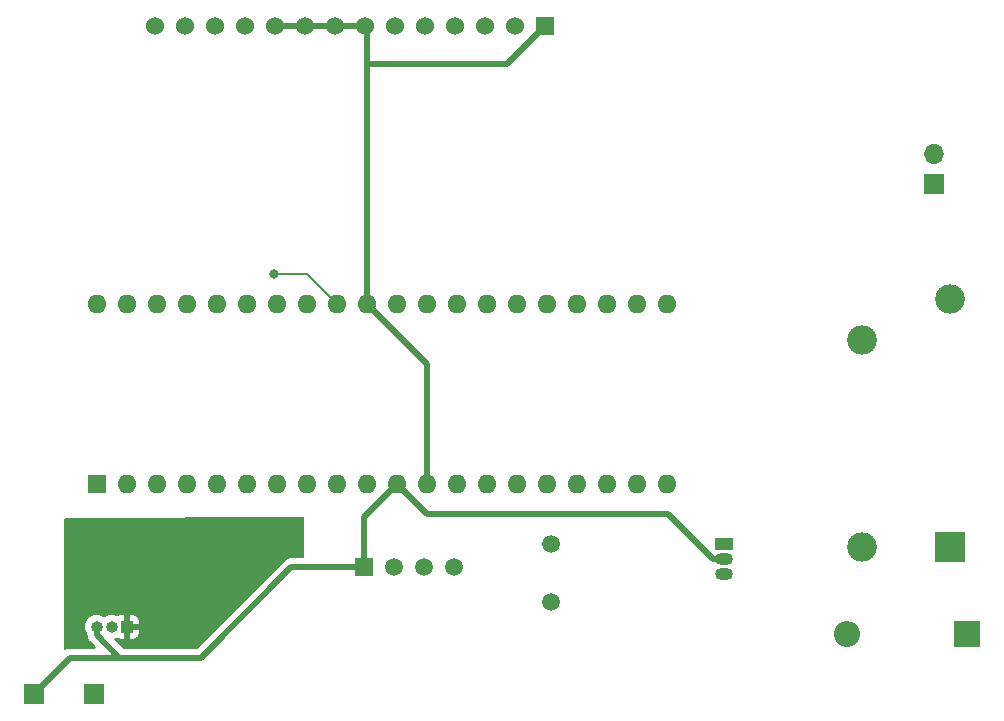
<source format=gbr>
%TF.GenerationSoftware,KiCad,Pcbnew,7.0.9-7.0.9~ubuntu22.04.1*%
%TF.CreationDate,2023-12-03T21:32:25-03:00*%
%TF.ProjectId,smart_watering_system,736d6172-745f-4776-9174-6572696e675f,rev?*%
%TF.SameCoordinates,Original*%
%TF.FileFunction,Copper,L2,Bot*%
%TF.FilePolarity,Positive*%
%FSLAX46Y46*%
G04 Gerber Fmt 4.6, Leading zero omitted, Abs format (unit mm)*
G04 Created by KiCad (PCBNEW 7.0.9-7.0.9~ubuntu22.04.1) date 2023-12-03 21:32:25*
%MOMM*%
%LPD*%
G01*
G04 APERTURE LIST*
%TA.AperFunction,ComponentPad*%
%ADD10R,1.700000X1.700000*%
%TD*%
%TA.AperFunction,ComponentPad*%
%ADD11O,1.700000X1.700000*%
%TD*%
%TA.AperFunction,ComponentPad*%
%ADD12C,1.500000*%
%TD*%
%TA.AperFunction,ComponentPad*%
%ADD13R,1.500000X1.500000*%
%TD*%
%TA.AperFunction,ComponentPad*%
%ADD14R,1.524000X1.524000*%
%TD*%
%TA.AperFunction,ComponentPad*%
%ADD15C,1.524000*%
%TD*%
%TA.AperFunction,ComponentPad*%
%ADD16R,1.600000X1.600000*%
%TD*%
%TA.AperFunction,ComponentPad*%
%ADD17O,1.600000X1.600000*%
%TD*%
%TA.AperFunction,ComponentPad*%
%ADD18R,1.500000X1.050000*%
%TD*%
%TA.AperFunction,ComponentPad*%
%ADD19O,1.500000X1.050000*%
%TD*%
%TA.AperFunction,ComponentPad*%
%ADD20R,2.500000X2.500000*%
%TD*%
%TA.AperFunction,ComponentPad*%
%ADD21O,2.500000X2.500000*%
%TD*%
%TA.AperFunction,ComponentPad*%
%ADD22O,1.000000X1.000000*%
%TD*%
%TA.AperFunction,ComponentPad*%
%ADD23R,1.000000X1.000000*%
%TD*%
%TA.AperFunction,ComponentPad*%
%ADD24R,2.200000X2.200000*%
%TD*%
%TA.AperFunction,ComponentPad*%
%ADD25O,2.200000X2.200000*%
%TD*%
%TA.AperFunction,ViaPad*%
%ADD26C,0.800000*%
%TD*%
%TA.AperFunction,Conductor*%
%ADD27C,0.200000*%
%TD*%
%TA.AperFunction,Conductor*%
%ADD28C,0.500000*%
%TD*%
G04 APERTURE END LIST*
D10*
%TO.P,J4,1,Pin_1*%
%TO.N,GND*%
X73660000Y-160020000D03*
%TD*%
%TO.P,J3,1,Pin_1*%
%TO.N,VCC*%
X68580000Y-160020000D03*
%TD*%
%TO.P,J2,1,Pin_1*%
%TO.N,Net-(J2-Pin_1)*%
X144780000Y-116840000D03*
D11*
%TO.P,J2,2,Pin_2*%
%TO.N,Net-(J2-Pin_2)*%
X144780000Y-114300000D03*
%TD*%
D12*
%TO.P,Y1,1,1*%
%TO.N,Net-(U1-RA6{slash}OSC2{slash}CLKO)*%
X112338918Y-147344144D03*
%TO.P,Y1,2,2*%
%TO.N,Net-(U1-OSC1{slash}CLKI)*%
X112338918Y-152244144D03*
%TD*%
%TO.P,U4,4,GND*%
%TO.N,GND*%
X104153139Y-149281690D03*
%TO.P,U4,3,NC*%
%TO.N,unconnected-(U4-NC-Pad3)*%
X101613139Y-149281690D03*
%TO.P,U4,2,DATA*%
%TO.N,Net-(U1-RA1{slash}AN1)*%
X99073139Y-149281690D03*
D13*
%TO.P,U4,1,VDD*%
%TO.N,VCC*%
X96533139Y-149281690D03*
%TD*%
D14*
%TO.P,U3,1,VSS*%
%TO.N,GND*%
X111840000Y-103500000D03*
D15*
%TO.P,U3,2,VDD*%
%TO.N,VCC*%
X109300000Y-103500000D03*
%TO.P,U3,3,VO*%
%TO.N,Net-(U3-VO)*%
X106760000Y-103500000D03*
%TO.P,U3,4,RS*%
%TO.N,Net-(U3-RS)*%
X104220000Y-103500000D03*
%TO.P,U3,5,R/W*%
%TO.N,Net-(U3-R{slash}W)*%
X101680000Y-103500000D03*
%TO.P,U3,6,E*%
%TO.N,Net-(U3-E)*%
X99140000Y-103500000D03*
%TO.P,U3,7,DB0*%
%TO.N,GND*%
X96600000Y-103500000D03*
%TO.P,U3,8,DB1*%
X94060000Y-103500000D03*
%TO.P,U3,9,DB2*%
X91520000Y-103500000D03*
%TO.P,U3,10,DB3*%
X88980000Y-103500000D03*
%TO.P,U3,11,DB4*%
%TO.N,Net-(U3-DB4)*%
X86440000Y-103500000D03*
%TO.P,U3,12,DB5*%
%TO.N,Net-(U3-DB5)*%
X83900000Y-103500000D03*
%TO.P,U3,13,DB6*%
%TO.N,Net-(U3-DB6)*%
X81360000Y-103500000D03*
%TO.P,U3,14,DB7*%
%TO.N,Net-(U3-DB7)*%
X78820000Y-103500000D03*
%TD*%
D16*
%TO.P,U1,1,Vpp/~{MCLR}/RE3*%
%TO.N,Net-(U1-Vpp{slash}~{MCLR}{slash}RE3)*%
X73920000Y-142240000D03*
D17*
%TO.P,U1,2,RA0/AN0*%
%TO.N,Net-(U1-RA0{slash}AN0)*%
X76460000Y-142240000D03*
%TO.P,U1,3,RA1/AN1*%
%TO.N,Net-(U1-RA1{slash}AN1)*%
X79000000Y-142240000D03*
%TO.P,U1,4,RA2/AN2/Vref-/CVref*%
%TO.N,unconnected-(U1-RA2{slash}AN2{slash}Vref-{slash}CVref-Pad4)*%
X81540000Y-142240000D03*
%TO.P,U1,5,RA3/AN3/Vref+*%
%TO.N,unconnected-(U1-RA3{slash}AN3{slash}Vref+-Pad5)*%
X84080000Y-142240000D03*
%TO.P,U1,6,RA4/T0CKI/C1OUT/RCV*%
%TO.N,unconnected-(U1-RA4{slash}T0CKI{slash}C1OUT{slash}RCV-Pad6)*%
X86620000Y-142240000D03*
%TO.P,U1,7,RA5/AN4/~{SS}/HLVDIN/C2OUT*%
%TO.N,unconnected-(U1-RA5{slash}AN4{slash}~{SS}{slash}HLVDIN{slash}C2OUT-Pad7)*%
X89160000Y-142240000D03*
%TO.P,U1,8,CK1SPP/AN5/RE0*%
%TO.N,unconnected-(U1-CK1SPP{slash}AN5{slash}RE0-Pad8)*%
X91700000Y-142240000D03*
%TO.P,U1,9,CK2SPP/AN6/RE1*%
%TO.N,unconnected-(U1-CK2SPP{slash}AN6{slash}RE1-Pad9)*%
X94240000Y-142240000D03*
%TO.P,U1,10,OESPP/AN7/RE2*%
%TO.N,unconnected-(U1-OESPP{slash}AN7{slash}RE2-Pad10)*%
X96780000Y-142240000D03*
%TO.P,U1,11,VDD*%
%TO.N,VCC*%
X99320000Y-142240000D03*
%TO.P,U1,12,VSS*%
%TO.N,GND*%
X101860000Y-142240000D03*
%TO.P,U1,13,OSC1/CLKI*%
%TO.N,Net-(U1-OSC1{slash}CLKI)*%
X104400000Y-142240000D03*
%TO.P,U1,14,RA6/OSC2/CLKO*%
%TO.N,Net-(U1-RA6{slash}OSC2{slash}CLKO)*%
X106940000Y-142240000D03*
%TO.P,U1,15,T1OSO/T13CKI/RC0*%
%TO.N,Net-(U1-T1OSO{slash}T13CKI{slash}RC0)*%
X109480000Y-142240000D03*
%TO.P,U1,16,~{UOE}/CCP2/T1OSI/RC1*%
%TO.N,unconnected-(U1-~{UOE}{slash}CCP2{slash}T1OSI{slash}RC1-Pad16)*%
X112020000Y-142240000D03*
%TO.P,U1,17,P1A/CCP1/RC2*%
%TO.N,unconnected-(U1-P1A{slash}CCP1{slash}RC2-Pad17)*%
X114560000Y-142240000D03*
%TO.P,U1,18,VUSB*%
%TO.N,unconnected-(U1-VUSB-Pad18)*%
X117100000Y-142240000D03*
%TO.P,U1,19,SPP0/RD0*%
%TO.N,unconnected-(U1-SPP0{slash}RD0-Pad19)*%
X119640000Y-142240000D03*
%TO.P,U1,20,SPP1/RD1*%
%TO.N,unconnected-(U1-SPP1{slash}RD1-Pad20)*%
X122180000Y-142240000D03*
%TO.P,U1,21,SPP2/RD2*%
%TO.N,Net-(U1-SPP2{slash}RD2)*%
X122180000Y-127000000D03*
%TO.P,U1,22,SPP3/RD3*%
%TO.N,unconnected-(U1-SPP3{slash}RD3-Pad22)*%
X119640000Y-127000000D03*
%TO.P,U1,23,VM/D-/RC4*%
%TO.N,unconnected-(U1-VM{slash}D-{slash}RC4-Pad23)*%
X117100000Y-127000000D03*
%TO.P,U1,24,VP/D+/RC5*%
%TO.N,unconnected-(U1-VP{slash}D+{slash}RC5-Pad24)*%
X114560000Y-127000000D03*
%TO.P,U1,25,TX/CK/RC6*%
%TO.N,unconnected-(U1-TX{slash}CK{slash}RC6-Pad25)*%
X112020000Y-127000000D03*
%TO.P,U1,26,SDO/RX/DT/RC7*%
%TO.N,unconnected-(U1-SDO{slash}RX{slash}DT{slash}RC7-Pad26)*%
X109480000Y-127000000D03*
%TO.P,U1,27,SPP4/RD4*%
%TO.N,unconnected-(U1-SPP4{slash}RD4-Pad27)*%
X106940000Y-127000000D03*
%TO.P,U1,28,P1B/SPP5/RD5*%
%TO.N,unconnected-(U1-P1B{slash}SPP5{slash}RD5-Pad28)*%
X104400000Y-127000000D03*
%TO.P,U1,29,P1C/SPP6/RD6*%
%TO.N,unconnected-(U1-P1C{slash}SPP6{slash}RD6-Pad29)*%
X101860000Y-127000000D03*
%TO.P,U1,30,P1D/SPP7/RD7*%
%TO.N,unconnected-(U1-P1D{slash}SPP7{slash}RD7-Pad30)*%
X99320000Y-127000000D03*
%TO.P,U1,31,VSS*%
%TO.N,GND*%
X96780000Y-127000000D03*
%TO.P,U1,32,VDD*%
%TO.N,VCC*%
X94240000Y-127000000D03*
%TO.P,U1,33,RB0/AN12/INT0/FLT0/SDI/SDA*%
%TO.N,Net-(U1-RB0{slash}AN12{slash}INT0{slash}FLT0{slash}SDI{slash}SDA)*%
X91700000Y-127000000D03*
%TO.P,U1,34,RB1/AN10/INT1/SCK/SCL*%
%TO.N,Net-(U1-RB1{slash}AN10{slash}INT1{slash}SCK{slash}SCL)*%
X89160000Y-127000000D03*
%TO.P,U1,35,RB2/AN8/INT2/VMO*%
%TO.N,unconnected-(U1-RB2{slash}AN8{slash}INT2{slash}VMO-Pad35)*%
X86620000Y-127000000D03*
%TO.P,U1,36,RB3/AN9/CCP2/VPO*%
%TO.N,unconnected-(U1-RB3{slash}AN9{slash}CCP2{slash}VPO-Pad36)*%
X84080000Y-127000000D03*
%TO.P,U1,37,RB4/AN11/KBI0/CSSPP*%
%TO.N,unconnected-(U1-RB4{slash}AN11{slash}KBI0{slash}CSSPP-Pad37)*%
X81540000Y-127000000D03*
%TO.P,U1,38,RB5/KBI1/PGM*%
%TO.N,unconnected-(U1-RB5{slash}KBI1{slash}PGM-Pad38)*%
X79000000Y-127000000D03*
%TO.P,U1,39,RB6/KBI2/PGC*%
%TO.N,unconnected-(U1-RB6{slash}KBI2{slash}PGC-Pad39)*%
X76460000Y-127000000D03*
%TO.P,U1,40,RB7/KBI3/PGD*%
%TO.N,unconnected-(U1-RB7{slash}KBI3{slash}PGD-Pad40)*%
X73920000Y-127000000D03*
%TD*%
D18*
%TO.P,Q1,1,C*%
%TO.N,Net-(D2-A)*%
X127000000Y-147320000D03*
D19*
%TO.P,Q1,2,B*%
%TO.N,VCC*%
X127000000Y-148590000D03*
%TO.P,Q1,3,E*%
%TO.N,GND*%
X127000000Y-149860000D03*
%TD*%
D20*
%TO.P,K1,1*%
%TO.N,Net-(D2-K)*%
X146157500Y-147567500D03*
D21*
%TO.P,K1,3*%
%TO.N,Net-(J2-Pin_1)*%
X146157500Y-126567500D03*
%TO.P,K1,5*%
%TO.N,Net-(J2-Pin_2)*%
X138657500Y-130067500D03*
%TO.P,K1,6*%
%TO.N,Net-(D2-A)*%
X138657500Y-147567500D03*
%TD*%
D22*
%TO.P,J1,3,Pin_3*%
%TO.N,VCC*%
X73894601Y-154344790D03*
%TO.P,J1,2,Pin_2*%
%TO.N,Net-(J1-Pin_2)*%
X75164601Y-154344790D03*
D23*
%TO.P,J1,1,Pin_1*%
%TO.N,GND*%
X76434601Y-154344790D03*
%TD*%
D24*
%TO.P,D2,1,K*%
%TO.N,Net-(D2-K)*%
X147580000Y-154940000D03*
D25*
%TO.P,D2,2,A*%
%TO.N,Net-(D2-A)*%
X137420000Y-154940000D03*
%TD*%
D26*
%TO.N,VCC*%
X88900000Y-124460000D03*
%TD*%
D27*
%TO.N,VCC*%
X91700000Y-124460000D02*
X88900000Y-124460000D01*
X94240000Y-127000000D02*
X91700000Y-124460000D01*
D28*
X68580000Y-160020000D02*
X71648040Y-156951960D01*
X71648040Y-156951960D02*
X75794665Y-156951960D01*
%TO.N,GND*%
X101860000Y-142240000D02*
X101860000Y-132080000D01*
X101860000Y-132080000D02*
X96780000Y-127000000D01*
X96780000Y-106680000D02*
X96780000Y-103680000D01*
X96780000Y-127000000D02*
X96780000Y-106680000D01*
X96780000Y-106680000D02*
X108660000Y-106680000D01*
X108660000Y-106680000D02*
X111840000Y-103500000D01*
X96780000Y-103680000D02*
X96600000Y-103500000D01*
%TO.N,VCC*%
X90378842Y-149281690D02*
X82708572Y-156951960D01*
X96533139Y-149281690D02*
X90378842Y-149281690D01*
X73894601Y-155051896D02*
X73894601Y-154344790D01*
X82708572Y-156951960D02*
X75794665Y-156951960D01*
X75794665Y-156951960D02*
X73894601Y-155051896D01*
%TO.N,GND*%
X96600000Y-103500000D02*
X94060000Y-103500000D01*
X94060000Y-103500000D02*
X91520000Y-103500000D01*
X88980000Y-103500000D02*
X91520000Y-103500000D01*
%TO.N,VCC*%
X96533139Y-149281690D02*
X96533139Y-145026861D01*
X96533139Y-145026861D02*
X99320000Y-142240000D01*
X127000000Y-148590000D02*
X126095000Y-148590000D01*
X126095000Y-148590000D02*
X122285000Y-144780000D01*
X122285000Y-144780000D02*
X101860000Y-144780000D01*
X101860000Y-144780000D02*
X99320000Y-142240000D01*
%TD*%
%TA.AperFunction,Conductor*%
%TO.N,GND*%
G36*
X91403545Y-145037111D02*
G01*
X91449604Y-145089649D01*
X91461110Y-145142015D01*
X91455780Y-148407392D01*
X91435986Y-148474400D01*
X91383107Y-148520068D01*
X91331780Y-148531190D01*
X90442547Y-148531190D01*
X90424577Y-148529881D01*
X90400814Y-148526400D01*
X90355375Y-148530376D01*
X90348773Y-148530954D01*
X90343372Y-148531190D01*
X90335131Y-148531190D01*
X90313421Y-148533727D01*
X90302566Y-148534996D01*
X90287261Y-148536335D01*
X90226041Y-148541691D01*
X90218974Y-148543150D01*
X90218962Y-148543094D01*
X90211605Y-148544725D01*
X90211619Y-148544782D01*
X90204585Y-148546449D01*
X90132417Y-148572715D01*
X90059517Y-148596871D01*
X90052968Y-148599926D01*
X90052943Y-148599873D01*
X90046150Y-148603161D01*
X90046176Y-148603213D01*
X90039722Y-148606454D01*
X89975550Y-148648661D01*
X89910189Y-148688975D01*
X89904525Y-148693455D01*
X89904489Y-148693409D01*
X89898640Y-148698174D01*
X89898677Y-148698218D01*
X89893152Y-148702854D01*
X89840439Y-148758725D01*
X82434023Y-156165141D01*
X82372700Y-156198626D01*
X82346342Y-156201460D01*
X76156895Y-156201460D01*
X76089856Y-156181775D01*
X76069214Y-156165141D01*
X75410463Y-155506390D01*
X75376978Y-155445067D01*
X75381962Y-155375375D01*
X75423834Y-155319442D01*
X75462143Y-155300051D01*
X75549328Y-155273604D01*
X75551939Y-155272208D01*
X75553465Y-155271890D01*
X75554956Y-155271273D01*
X75555073Y-155271555D01*
X75620338Y-155257964D01*
X75684707Y-155282300D01*
X75692509Y-155288141D01*
X75827224Y-155338387D01*
X75827228Y-155338388D01*
X75886756Y-155344789D01*
X75886773Y-155344790D01*
X76184601Y-155344790D01*
X76184601Y-154552462D01*
X76222472Y-154597595D01*
X76321730Y-154654902D01*
X76406165Y-154669790D01*
X76463037Y-154669790D01*
X76547472Y-154654902D01*
X76646730Y-154597595D01*
X76649084Y-154594790D01*
X76684601Y-154594790D01*
X76684601Y-155344790D01*
X76982429Y-155344790D01*
X76982445Y-155344789D01*
X77041973Y-155338388D01*
X77041980Y-155338386D01*
X77176687Y-155288144D01*
X77176694Y-155288140D01*
X77291788Y-155201980D01*
X77291791Y-155201977D01*
X77377951Y-155086883D01*
X77377955Y-155086876D01*
X77428197Y-154952169D01*
X77428199Y-154952162D01*
X77434600Y-154892634D01*
X77434601Y-154892617D01*
X77434601Y-154594790D01*
X76684601Y-154594790D01*
X76649084Y-154594790D01*
X76720402Y-154509797D01*
X76759601Y-154402096D01*
X76759601Y-154287484D01*
X76720402Y-154179783D01*
X76646730Y-154091985D01*
X76547472Y-154034678D01*
X76463037Y-154019790D01*
X76406165Y-154019790D01*
X76321730Y-154034678D01*
X76222472Y-154091985D01*
X76184601Y-154137117D01*
X76184601Y-153344790D01*
X76684601Y-153344790D01*
X76684601Y-154094790D01*
X77434601Y-154094790D01*
X77434601Y-153796962D01*
X77434600Y-153796945D01*
X77428199Y-153737417D01*
X77428197Y-153737410D01*
X77377955Y-153602703D01*
X77377951Y-153602696D01*
X77291791Y-153487602D01*
X77291788Y-153487599D01*
X77176694Y-153401439D01*
X77176687Y-153401435D01*
X77041980Y-153351193D01*
X77041973Y-153351191D01*
X76982445Y-153344790D01*
X76684601Y-153344790D01*
X76184601Y-153344790D01*
X75886756Y-153344790D01*
X75827228Y-153351191D01*
X75827221Y-153351193D01*
X75692514Y-153401435D01*
X75692508Y-153401438D01*
X75684703Y-153407282D01*
X75619239Y-153431698D01*
X75555071Y-153418039D01*
X75554960Y-153418308D01*
X75553506Y-153417706D01*
X75551942Y-153417373D01*
X75549332Y-153415978D01*
X75549331Y-153415977D01*
X75549328Y-153415976D01*
X75360733Y-153358766D01*
X75360730Y-153358765D01*
X75164601Y-153339449D01*
X74968471Y-153358765D01*
X74779867Y-153415978D01*
X74606068Y-153508876D01*
X74601000Y-153512263D01*
X74599906Y-153510626D01*
X74543938Y-153534386D01*
X74475072Y-153522585D01*
X74458444Y-153511899D01*
X74458202Y-153512263D01*
X74453133Y-153508876D01*
X74279334Y-153415978D01*
X74279328Y-153415976D01*
X74090733Y-153358766D01*
X74090730Y-153358765D01*
X73894601Y-153339449D01*
X73698471Y-153358765D01*
X73509867Y-153415978D01*
X73336068Y-153508876D01*
X73336061Y-153508880D01*
X73183717Y-153633906D01*
X73058691Y-153786250D01*
X73058687Y-153786257D01*
X72965789Y-153960056D01*
X72908576Y-154148660D01*
X72889260Y-154344790D01*
X72908576Y-154540919D01*
X72965789Y-154729523D01*
X73058687Y-154903322D01*
X73058691Y-154903329D01*
X73112202Y-154968531D01*
X73139515Y-155032840D01*
X73139877Y-155036386D01*
X73143865Y-155081958D01*
X73144101Y-155087366D01*
X73144101Y-155095605D01*
X73147907Y-155128170D01*
X73154601Y-155204687D01*
X73156062Y-155211763D01*
X73156004Y-155211774D01*
X73157635Y-155219133D01*
X73157693Y-155219120D01*
X73159358Y-155226146D01*
X73185626Y-155298320D01*
X73209786Y-155371227D01*
X73212837Y-155377770D01*
X73212783Y-155377794D01*
X73216071Y-155384584D01*
X73216122Y-155384559D01*
X73219362Y-155391009D01*
X73219363Y-155391010D01*
X73219364Y-155391013D01*
X73254915Y-155445067D01*
X73261566Y-155455179D01*
X73301888Y-155520551D01*
X73306367Y-155526215D01*
X73306320Y-155526252D01*
X73311083Y-155532098D01*
X73311129Y-155532060D01*
X73315774Y-155537596D01*
X73371619Y-155590282D01*
X73771116Y-155989779D01*
X73804601Y-156051102D01*
X73799617Y-156120793D01*
X73757746Y-156176727D01*
X73692281Y-156201144D01*
X73683435Y-156201460D01*
X71711745Y-156201460D01*
X71693775Y-156200151D01*
X71670012Y-156196670D01*
X71624573Y-156200646D01*
X71617971Y-156201224D01*
X71612570Y-156201460D01*
X71604329Y-156201460D01*
X71582619Y-156203997D01*
X71571764Y-156205266D01*
X71556459Y-156206605D01*
X71495239Y-156211961D01*
X71488172Y-156213420D01*
X71488160Y-156213364D01*
X71480803Y-156214995D01*
X71480817Y-156215052D01*
X71473783Y-156216719D01*
X71401615Y-156242985D01*
X71328715Y-156267141D01*
X71322166Y-156270196D01*
X71322141Y-156270143D01*
X71315348Y-156273431D01*
X71315374Y-156273483D01*
X71302470Y-156279964D01*
X71301422Y-156277878D01*
X71245308Y-156295000D01*
X71178065Y-156276024D01*
X71131755Y-156223706D01*
X71120000Y-156171007D01*
X71120000Y-145375443D01*
X71118106Y-145342718D01*
X71118002Y-145339135D01*
X71118002Y-145258137D01*
X71137687Y-145191098D01*
X71190491Y-145145343D01*
X71241282Y-145134139D01*
X91336392Y-145017815D01*
X91403545Y-145037111D01*
G37*
%TD.AperFunction*%
%TD*%
M02*

</source>
